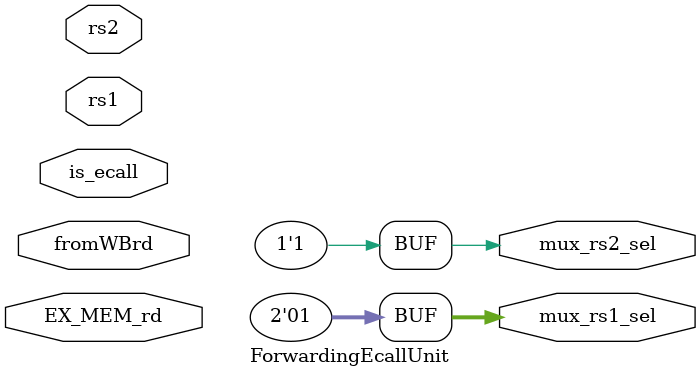
<source format=v>
`define EX_MEM_ALU_OUT_SEL 2'b01
`define RD_DIN_SEL 2'b10

module ForwardingEcallUnit(
    rs1,
    rs2,
    is_ecall,
    fromWBrd,
    EX_MEM_rd,
    mux_rs1_sel,
    mux_rs2_sel
);
    input rs1;
    input rs2;
    input is_ecall;
    input fromWBrd;
    input EX_MEM_rd;
    output reg [1:0] mux_rs1_sel;
    output reg mux_rs2_sel;
    
    always @(*) begin
        
        if (EX_MEM_rd==17 && is_ecall) begin
            mux_rs1_sel = `RD_DIN_SEL;
        end
        else begin
            mux_rs1_sel = `EX_MEM_ALU_OUT_SEL;
        end
        
        mux_rs2_sel = 1'b1;
    end
endmodule

</source>
